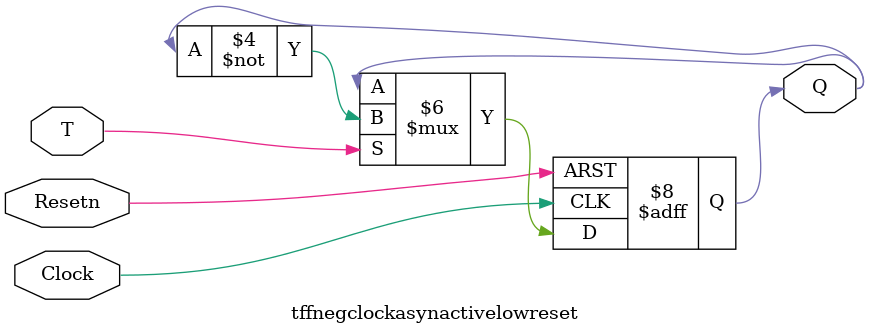
<source format=v>
module tffnegclockasynactivelowreset(T,Clock,Resetn,Q);
	input T,Clock,Resetn;
	output Q;
	reg Q;
	always @(negedge Resetn or negedge Clock)
	if(!Resetn)
		Q<=0;
	else if(!T)
		Q<=Q;
	else
		Q<=~Q;
endmodule

</source>
